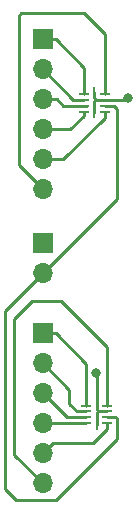
<source format=gtl>
G04 #@! TF.GenerationSoftware,KiCad,Pcbnew,(5.0.0)*
G04 #@! TF.CreationDate,2018-11-16T11:24:39-05:00*
G04 #@! TF.ProjectId,DRV2603_breakout,445256323630335F627265616B6F7574,0.1*
G04 #@! TF.SameCoordinates,Original*
G04 #@! TF.FileFunction,Copper,L1,Top,Signal*
G04 #@! TF.FilePolarity,Positive*
%FSLAX46Y46*%
G04 Gerber Fmt 4.6, Leading zero omitted, Abs format (unit mm)*
G04 Created by KiCad (PCBNEW (5.0.0)) date 11/16/18 11:24:39*
%MOMM*%
%LPD*%
G01*
G04 APERTURE LIST*
G04 #@! TA.AperFunction,SMDPad,CuDef*
%ADD10R,0.270000X0.960000*%
G04 #@! TD*
G04 #@! TA.AperFunction,SMDPad,CuDef*
%ADD11R,0.960000X0.270000*%
G04 #@! TD*
G04 #@! TA.AperFunction,ComponentPad*
%ADD12R,1.700000X1.700000*%
G04 #@! TD*
G04 #@! TA.AperFunction,ComponentPad*
%ADD13O,1.700000X1.700000*%
G04 #@! TD*
G04 #@! TA.AperFunction,ViaPad*
%ADD14C,0.800000*%
G04 #@! TD*
G04 #@! TA.AperFunction,Conductor*
%ADD15C,0.240000*%
G04 #@! TD*
G04 APERTURE END LIST*
D10*
G04 #@! TO.P,U2,5*
G04 #@! TO.N,/GND*
X155956000Y-128643000D03*
G04 #@! TO.P,U2,10*
X155956000Y-126873000D03*
D11*
G04 #@! TO.P,U2,1*
G04 #@! TO.N,/EN_2*
X155071000Y-127008000D03*
G04 #@! TO.P,U2,2*
G04 #@! TO.N,/PWM_2*
X155071000Y-127508000D03*
G04 #@! TO.P,U2,3*
G04 #@! TO.N,/LRA_ERM_2*
X155071000Y-128008000D03*
G04 #@! TO.P,U2,4*
G04 #@! TO.N,/NC_2*
X155071000Y-128508000D03*
G04 #@! TO.P,U2,6*
G04 #@! TO.N,/OUT-_2*
X156841000Y-128508000D03*
G04 #@! TO.P,U2,7*
G04 #@! TO.N,/VDD*
X156841000Y-128008000D03*
G04 #@! TO.P,U2,8*
G04 #@! TO.N,/GND*
X156841000Y-127508000D03*
G04 #@! TO.P,U2,9*
G04 #@! TO.N,/OUT+_2*
X156841000Y-127008000D03*
G04 #@! TD*
D10*
G04 #@! TO.P,U1,5*
G04 #@! TO.N,/GND*
X155752800Y-102253860D03*
G04 #@! TO.P,U1,10*
X155752800Y-100483860D03*
D11*
G04 #@! TO.P,U1,1*
G04 #@! TO.N,/EN*
X154867800Y-100618860D03*
G04 #@! TO.P,U1,2*
G04 #@! TO.N,/PWM*
X154867800Y-101118860D03*
G04 #@! TO.P,U1,3*
G04 #@! TO.N,/LRA_ERM*
X154867800Y-101618860D03*
G04 #@! TO.P,U1,4*
G04 #@! TO.N,/NC*
X154867800Y-102118860D03*
G04 #@! TO.P,U1,6*
G04 #@! TO.N,/OUT-*
X156637800Y-102118860D03*
G04 #@! TO.P,U1,7*
G04 #@! TO.N,/VDD*
X156637800Y-101618860D03*
G04 #@! TO.P,U1,8*
G04 #@! TO.N,/GND*
X156637800Y-101118860D03*
G04 #@! TO.P,U1,9*
G04 #@! TO.N,/OUT+*
X156637800Y-100618860D03*
G04 #@! TD*
D12*
G04 #@! TO.P,J3,1*
G04 #@! TO.N,/EN_2*
X151384000Y-120904000D03*
D13*
G04 #@! TO.P,J3,2*
G04 #@! TO.N,/PWM_2*
X151384000Y-123444000D03*
G04 #@! TO.P,J3,3*
G04 #@! TO.N,/LRA_ERM_2*
X151384000Y-125984000D03*
G04 #@! TO.P,J3,4*
G04 #@! TO.N,/NC_2*
X151384000Y-128524000D03*
G04 #@! TO.P,J3,5*
G04 #@! TO.N,/OUT-_2*
X151384000Y-131064000D03*
G04 #@! TO.P,J3,6*
G04 #@! TO.N,/OUT+_2*
X151384000Y-133604000D03*
G04 #@! TD*
D12*
G04 #@! TO.P,J1,1*
G04 #@! TO.N,/GND*
X151384000Y-113284000D03*
D13*
G04 #@! TO.P,J1,2*
G04 #@! TO.N,/VDD*
X151384000Y-115824000D03*
G04 #@! TD*
D12*
G04 #@! TO.P,J2,1*
G04 #@! TO.N,/EN*
X151384000Y-96012000D03*
D13*
G04 #@! TO.P,J2,2*
G04 #@! TO.N,/PWM*
X151384000Y-98552000D03*
G04 #@! TO.P,J2,3*
G04 #@! TO.N,/LRA_ERM*
X151384000Y-101092000D03*
G04 #@! TO.P,J2,4*
G04 #@! TO.N,/NC*
X151384000Y-103632000D03*
G04 #@! TO.P,J2,5*
G04 #@! TO.N,/OUT-*
X151384000Y-106172000D03*
G04 #@! TO.P,J2,6*
G04 #@! TO.N,/OUT+*
X151384000Y-108712000D03*
G04 #@! TD*
D14*
G04 #@! TO.N,/GND*
X158648400Y-101003100D03*
X155940760Y-124241560D03*
G04 #@! TD*
D15*
G04 #@! TO.N,/GND*
X158648400Y-101003100D02*
X158371389Y-101003100D01*
X156637800Y-101118860D02*
X157079760Y-101118860D01*
X157079760Y-101118860D02*
X157084759Y-101113861D01*
X155752800Y-101240858D02*
X155874798Y-101118860D01*
X155752800Y-102253860D02*
X155752800Y-101240858D01*
X155917800Y-101118860D02*
X156637800Y-101118860D01*
X155874798Y-101118860D02*
X155917800Y-101118860D01*
X155752800Y-100996862D02*
X155874798Y-101118860D01*
X155752800Y-100483860D02*
X155752800Y-100996862D01*
X155956000Y-127386002D02*
X156077998Y-127508000D01*
X155956000Y-126873000D02*
X155956000Y-127386002D01*
X156077998Y-127508000D02*
X156121000Y-127508000D01*
X155956000Y-128643000D02*
X155956000Y-127629998D01*
X158532640Y-101118860D02*
X158648400Y-101003100D01*
X156637800Y-101118860D02*
X158532640Y-101118860D01*
X156077998Y-127508000D02*
X155956000Y-127629998D01*
X156841000Y-127508000D02*
X156077998Y-127508000D01*
X155940760Y-124241560D02*
X155940760Y-124127260D01*
X155956000Y-124256800D02*
X155940760Y-124241560D01*
X155956000Y-126873000D02*
X155956000Y-124256800D01*
G04 #@! TO.N,/VDD*
X152233999Y-114974001D02*
X151384000Y-115824000D01*
X157681001Y-109526999D02*
X152233999Y-114974001D01*
X157681001Y-101899059D02*
X157681001Y-103357680D01*
X157400802Y-101618860D02*
X157681001Y-101899059D01*
X156637800Y-101618860D02*
X157400802Y-101618860D01*
X157681001Y-102986001D02*
X157681001Y-103357680D01*
X157681001Y-103357680D02*
X157681001Y-109526999D01*
X157561000Y-128008000D02*
X157681001Y-128128001D01*
X156841000Y-128008000D02*
X157561000Y-128008000D01*
X157681001Y-128128001D02*
X157681001Y-129844459D01*
X157681001Y-129844459D02*
X152496520Y-135028940D01*
X152496520Y-135028940D02*
X149161500Y-135028940D01*
X149161500Y-135028940D02*
X148168360Y-134035800D01*
X148168360Y-119039640D02*
X151384000Y-115824000D01*
X148168360Y-134035800D02*
X148168360Y-119039640D01*
G04 #@! TO.N,/EN*
X154867800Y-100243860D02*
X154867800Y-100618860D01*
X154867800Y-98405800D02*
X154867800Y-100243860D01*
X152474000Y-96012000D02*
X154867800Y-98405800D01*
X151384000Y-96012000D02*
X152474000Y-96012000D01*
G04 #@! TO.N,/PWM*
X153950860Y-101118860D02*
X154867800Y-101118860D01*
X151384000Y-98552000D02*
X153950860Y-101118860D01*
G04 #@! TO.N,/LRA_ERM*
X153112941Y-101618860D02*
X155123960Y-101618860D01*
X151384000Y-101092000D02*
X152586081Y-101092000D01*
X152586081Y-101092000D02*
X153112941Y-101618860D01*
G04 #@! TO.N,/NC*
X154867800Y-102493860D02*
X154867800Y-102118860D01*
X153729660Y-103632000D02*
X154867800Y-102493860D01*
X151384000Y-103632000D02*
X153729660Y-103632000D01*
G04 #@! TO.N,/OUT+*
X149352000Y-106680000D02*
X149352000Y-94007940D01*
X149352000Y-94007940D02*
X149583140Y-93776800D01*
X151384000Y-108712000D02*
X149352000Y-106680000D01*
X156637800Y-95512700D02*
X154901900Y-93776800D01*
X156637800Y-100618860D02*
X156637800Y-95512700D01*
X149583140Y-93776800D02*
X154901900Y-93776800D01*
G04 #@! TO.N,/OUT-*
X156637800Y-102493860D02*
X156637800Y-102118860D01*
X156637800Y-102631862D02*
X156637800Y-102493860D01*
X153097662Y-106172000D02*
X156637800Y-102631862D01*
X151384000Y-106172000D02*
X153097662Y-106172000D01*
G04 #@! TO.N,/OUT-_2*
X156841000Y-128883000D02*
X156841000Y-128508000D01*
X156841000Y-129021002D02*
X156841000Y-128883000D01*
X155648001Y-130214001D02*
X156841000Y-129021002D01*
X152233999Y-130214001D02*
X155648001Y-130214001D01*
X151384000Y-131064000D02*
X152233999Y-130214001D01*
G04 #@! TO.N,/OUT+_2*
X156841000Y-127008000D02*
X156841000Y-122040460D01*
X152976580Y-118176040D02*
X150522940Y-118176040D01*
X156841000Y-122040460D02*
X152976580Y-118176040D01*
X150522940Y-118176040D02*
X148981160Y-119717820D01*
X148981160Y-131201160D02*
X151384000Y-133604000D01*
X148981160Y-119717820D02*
X148981160Y-131201160D01*
G04 #@! TO.N,/NC_2*
X155055000Y-128524000D02*
X155071000Y-128508000D01*
X151400000Y-128508000D02*
X151384000Y-128524000D01*
X155071000Y-128508000D02*
X151400000Y-128508000D01*
G04 #@! TO.N,/LRA_ERM_2*
X153408000Y-128008000D02*
X155071000Y-128008000D01*
X151384000Y-125984000D02*
X153408000Y-128008000D01*
G04 #@! TO.N,/PWM_2*
X151384000Y-123444000D02*
X153634440Y-125694440D01*
X154351000Y-127508000D02*
X155071000Y-127508000D01*
X154307998Y-127508000D02*
X154351000Y-127508000D01*
X153634440Y-126834442D02*
X154307998Y-127508000D01*
X153634440Y-125694440D02*
X153634440Y-126834442D01*
G04 #@! TO.N,/EN_2*
X152474000Y-120904000D02*
X154940000Y-123370000D01*
X151384000Y-120904000D02*
X152474000Y-120904000D01*
X154940000Y-123370000D02*
X155071000Y-123501000D01*
X155071000Y-123501000D02*
X155071000Y-127012999D01*
G04 #@! TD*
M02*

</source>
